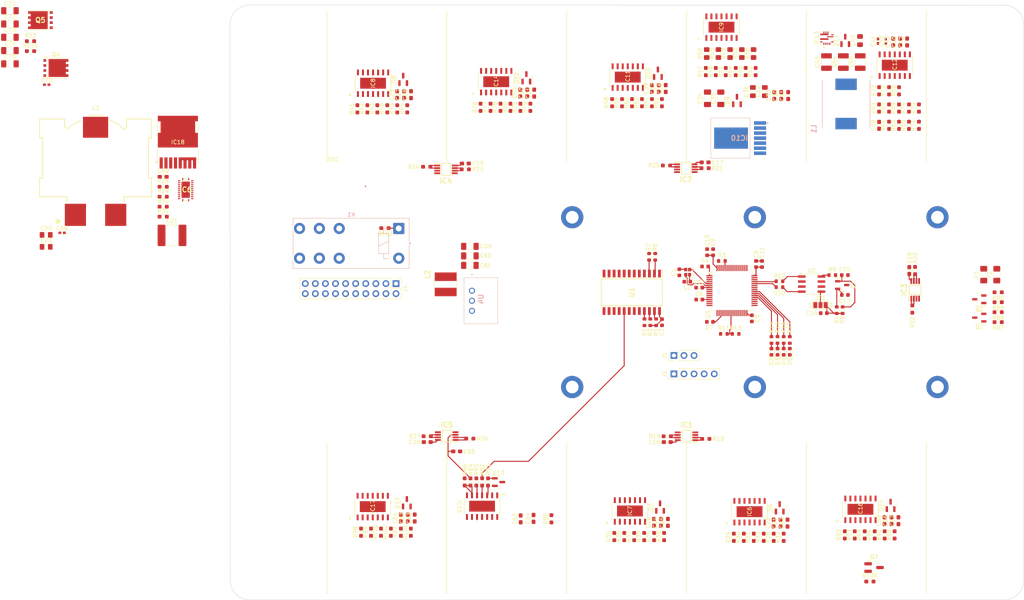
<source format=kicad_pcb>
(kicad_pcb
	(version 20240108)
	(generator "pcbnew")
	(generator_version "8.0")
	(general
		(thickness 1.6)
		(legacy_teardrops no)
	)
	(paper "A3")
	(title_block
		(title "PDU FT25")
		(date "2024-11-18")
		(rev "V1.0")
		(company "Janek Herm")
		(comment 1 "FasTTUBe Electronics")
	)
	(layers
		(0 "F.Cu" signal)
		(1 "In1.Cu" power)
		(2 "In2.Cu" signal)
		(31 "B.Cu" mixed)
		(32 "B.Adhes" user "B.Adhesive")
		(33 "F.Adhes" user "F.Adhesive")
		(34 "B.Paste" user)
		(35 "F.Paste" user)
		(37 "F.SilkS" user "F.Silkscreen")
		(38 "B.Mask" user)
		(39 "F.Mask" user)
		(40 "Dwgs.User" user "User.Drawings")
		(41 "Cmts.User" user "User.Comments")
		(42 "Eco1.User" user "User.Eco1")
		(43 "Eco2.User" user "User.Eco2")
		(44 "Edge.Cuts" user)
		(45 "Margin" user)
		(46 "B.CrtYd" user "B.Courtyard")
		(47 "F.CrtYd" user "F.Courtyard")
		(48 "B.Fab" user)
		(49 "F.Fab" user)
		(50 "User.1" user)
		(51 "User.2" user)
		(52 "User.3" user)
		(53 "User.4" user)
		(54 "User.5" user)
		(55 "User.6" user)
		(56 "User.7" user)
		(57 "User.8" user)
		(58 "User.9" user)
	)
	(setup
		(stackup
			(layer "F.SilkS"
				(type "Top Silk Screen")
			)
			(layer "F.Paste"
				(type "Top Solder Paste")
			)
			(layer "F.Mask"
				(type "Top Solder Mask")
				(thickness 0.01)
			)
			(layer "F.Cu"
				(type "copper")
				(thickness 0.035)
			)
			(layer "dielectric 1"
				(type "prepreg")
				(thickness 0.1)
				(material "FR4")
				(epsilon_r 4.5)
				(loss_tangent 0.02)
			)
			(layer "In1.Cu"
				(type "copper")
				(thickness 0.035)
			)
			(layer "dielectric 2"
				(type "core")
				(thickness 1.24)
				(material "FR4")
				(epsilon_r 4.5)
				(loss_tangent 0.02)
			)
			(layer "In2.Cu"
				(type "copper")
				(thickness 0.035)
			)
			(layer "dielectric 3"
				(type "prepreg")
				(thickness 0.1)
				(material "FR4")
				(epsilon_r 4.5)
				(loss_tangent 0.02)
			)
			(layer "B.Cu"
				(type "copper")
				(thickness 0.035)
			)
			(layer "B.Mask"
				(type "Bottom Solder Mask")
				(thickness 0.01)
			)
			(layer "B.Paste"
				(type "Bottom Solder Paste")
			)
			(copper_finish "None")
			(dielectric_constraints no)
		)
		(pad_to_mask_clearance 0)
		(allow_soldermask_bridges_in_footprints no)
		(pcbplotparams
			(layerselection 0x00010fc_ffffffff)
			(plot_on_all_layers_selection 0x0000000_00000000)
			(disableapertmacros no)
			(usegerberextensions no)
			(usegerberattributes yes)
			(usegerberadvancedattributes yes)
			(creategerberjobfile yes)
			(dashed_line_dash_ratio 12.000000)
			(dashed_line_gap_ratio 3.000000)
			(svgprecision 4)
			(plotframeref no)
			(viasonmask no)
			(mode 1)
			(useauxorigin no)
			(hpglpennumber 1)
			(hpglpenspeed 20)
			(hpglpendiameter 15.000000)
			(pdf_front_fp_property_popups yes)
			(pdf_back_fp_property_popups yes)
			(dxfpolygonmode yes)
			(dxfimperialunits yes)
			(dxfusepcbnewfont yes)
			(psnegative no)
			(psa4output no)
			(plotreference yes)
			(plotvalue yes)
			(plotfptext yes)
			(plotinvisibletext no)
			(sketchpadsonfab no)
			(subtractmaskfromsilk no)
			(outputformat 1)
			(mirror no)
			(drillshape 1)
			(scaleselection 1)
			(outputdirectory "")
		)
	)
	(net 0 "")
	(net 1 "GND")
	(net 2 "Net-(C1-Pad2)")
	(net 3 "Net-(C2-Pad1)")
	(net 4 "/MCU/Vref")
	(net 5 "CAN_H")
	(net 6 "CAN_L")
	(net 7 "+3V3")
	(net 8 "/MCU/NRST")
	(net 9 "/powerstages/IS4")
	(net 10 "+24V")
	(net 11 "/connectors/P_Out4")
	(net 12 "/powerstages/IS1")
	(net 13 "/connectors/P_Out1")
	(net 14 "/powerstages/IS7")
	(net 15 "/connectors/P_Out7")
	(net 16 "/powerstages/IS3")
	(net 17 "/powerstages/IS2")
	(net 18 "/connectors/P_Out2")
	(net 19 "/powerstages/IS9")
	(net 20 "/connectors/P_Out9")
	(net 21 "/powerstages/IS10")
	(net 22 "/powerstages/IS5")
	(net 23 "24V ASMS")
	(net 24 "/connectors/P_Out5")
	(net 25 "Net-(U4-V_In)")
	(net 26 "/connectors/P_Out3")
	(net 27 "/powerstages/IS8")
	(net 28 "/connectors/P_Out8")
	(net 29 "/powerstages/IS6")
	(net 30 "/connectors/P_Out6")
	(net 31 "Net-(D3-A)")
	(net 32 "Net-(D4-A)")
	(net 33 "Net-(D5-A)")
	(net 34 "unconnected-(D6-NC-Pad2)")
	(net 35 "Net-(D6-A)")
	(net 36 "Net-(D7-A)")
	(net 37 "unconnected-(D7-NC-Pad2)")
	(net 38 "unconnected-(D8-NC-Pad2)")
	(net 39 "Net-(D8-A)")
	(net 40 "unconnected-(D9-NC-Pad2)")
	(net 41 "Net-(D9-A)")
	(net 42 "unconnected-(D10-NC-Pad2)")
	(net 43 "Net-(D10-A)")
	(net 44 "Net-(D11-A)")
	(net 45 "unconnected-(D11-NC-Pad2)")
	(net 46 "unconnected-(D12-NC-Pad2)")
	(net 47 "Net-(D12-A)")
	(net 48 "unconnected-(D13-NC-Pad2)")
	(net 49 "Net-(D13-A)")
	(net 50 "Net-(D14-A)")
	(net 51 "unconnected-(D14-NC-Pad2)")
	(net 52 "unconnected-(D15-NC-Pad2)")
	(net 53 "Net-(D15-A)")
	(net 54 "Net-(IC6-GND)")
	(net 55 "Net-(IC6-IS)")
	(net 56 "Net-(IC6-DEN)")
	(net 57 "Net-(IC6-IN)")
	(net 58 "Net-(IC7-GND)")
	(net 59 "Net-(IC7-IS)")
	(net 60 "Net-(IC7-DEN)")
	(net 61 "Net-(IC7-IN)")
	(net 62 "Net-(IC8-IN)")
	(net 63 "Net-(IC8-IS)")
	(net 64 "Net-(IC8-GND)")
	(net 65 "Net-(IC8-DEN)")
	(net 66 "Net-(IC12-DEN)")
	(net 67 "Net-(IC12-GND)")
	(net 68 "Net-(IC12-IN)")
	(net 69 "Net-(IC12-IS)")
	(net 70 "Net-(IC17-IN)")
	(net 71 "Net-(IC17-DEN)")
	(net 72 "Net-(IC17-GND)")
	(net 73 "Net-(IC17-IS)")
	(net 74 "/MCU/SWCLK")
	(net 75 "/MCU/SWDIO")
	(net 76 "/MCU/UART_TX")
	(net 77 "/MCU/UART_RX")
	(net 78 "Net-(JP1-C)")
	(net 79 "Net-(Q1-G)")
	(net 80 "Net-(Q2-G)")
	(net 81 "/MCU/STATUS_LED1")
	(net 82 "/MCU/STATUS_LED2")
	(net 83 "/MCU/STATUS_LED3")
	(net 84 "/MCU/STATUS_LED4")
	(net 85 "/MCU/CAN_RX")
	(net 86 "/MCU/CAN_TX")
	(net 87 "/MCU/I2C_SDA")
	(net 88 "/MCU/I2C_SCL")
	(net 89 "/MCU/IN4")
	(net 90 "/MCU/IN1")
	(net 91 "/MCU/IN7")
	(net 92 "/MCU/IN3")
	(net 93 "/MCU/IN2")
	(net 94 "/MCU/IN9")
	(net 95 "/MCU/IN10")
	(net 96 "/MCU/IN5")
	(net 97 "/MCU/IN11")
	(net 98 "/MCU/IN12")
	(net 99 "/MCU/ISENSE2")
	(net 100 "/MCU/ISENSE1")
	(net 101 "/MCU/ISENSE3")
	(net 102 "/MCU/ISENSE4")
	(net 103 "/MCU/ISENSE5")
	(net 104 "/MCU/ISENSE6")
	(net 105 "/MCU/ISENSE7")
	(net 106 "/MCU/ISENSE8")
	(net 107 "/MCU/ISENSE10")
	(net 108 "/MCU/IN8")
	(net 109 "/MCU/IN6")
	(net 110 "/MCU/ISENSE9")
	(net 111 "/MCU/XTAL_IN")
	(net 112 "/MCU/XTAL_OUT")
	(net 113 "Net-(IC10-V_In)")
	(net 114 "Net-(IC10-FB)")
	(net 115 "Net-(IC10-SS)")
	(net 116 "Net-(IC13-SW)")
	(net 117 "Net-(IC13-BOOT)")
	(net 118 "Net-(IC13-V_In)")
	(net 119 "Net-(IC13-FB)")
	(net 120 "Net-(IC13-SS)")
	(net 121 "Net-(D2-A)")
	(net 122 "Net-(IC1-IN1-)")
	(net 123 "Net-(IC1-IN2-)")
	(net 124 "Net-(IC2-IN1-)")
	(net 125 "Net-(IC2-IN2-)")
	(net 126 "Net-(IC3-IN1-)")
	(net 127 "Net-(IC3-IN2-)")
	(net 128 "Net-(IC4-IN1-)")
	(net 129 "Net-(IC4-IN2-)")
	(net 130 "Net-(IC5-IN1-)")
	(net 131 "Net-(IC5-IN2-)")
	(net 132 "Net-(IC9-GND)")
	(net 133 "Net-(IC9-DEN)")
	(net 134 "Net-(IC9-IS)")
	(net 135 "Net-(IC9-IN)")
	(net 136 "Net-(IC10-EN)")
	(net 137 "Net-(IC10-RON)")
	(net 138 "Net-(IC11-DEN)")
	(net 139 "Net-(IC11-GND)")
	(net 140 "Net-(IC11-IN)")
	(net 141 "Net-(IC11-IS)")
	(net 142 "Net-(IC13-EN)")
	(net 143 "Net-(IC13-PG)")
	(net 144 "Net-(IC13-MODE)")
	(net 145 "Net-(IC14-GND)")
	(net 146 "Net-(IC14-IS)")
	(net 147 "Net-(IC14-DEN)")
	(net 148 "Net-(IC14-IN)")
	(net 149 "Net-(IC15-GND)")
	(net 150 "Net-(IC15-IS)")
	(net 151 "Net-(IC15-DEN)")
	(net 152 "Net-(IC15-IN)")
	(net 153 "Net-(IC16-IN)")
	(net 154 "Net-(IC16-IS)")
	(net 155 "Net-(IC16-GND)")
	(net 156 "Net-(IC16-DEN)")
	(net 157 "Net-(U3-BOOT0)")
	(net 158 "Net-(U1-A0)")
	(net 159 "Net-(U1-A1)")
	(net 160 "Net-(U1-A2)")
	(net 161 "Net-(U2-Rs)")
	(net 162 "Net-(U3-PA11)")
	(net 163 "Net-(U3-PC4)")
	(net 164 "Net-(U3-PA12)")
	(net 165 "unconnected-(U1-~{INT}-Pad1)")
	(net 166 "unconnected-(U1-IO0_2-Pad6)")
	(net 167 "unconnected-(U1-IO0_0-Pad4)")
	(net 168 "unconnected-(U1-IO0_1-Pad5)")
	(net 169 "unconnected-(U1-IO1_2-Pad15)")
	(net 170 "unconnected-(U3-PB10-Pad29)")
	(net 171 "unconnected-(U3-PC14-Pad3)")
	(net 172 "unconnected-(U3-PB12-Pad33)")
	(net 173 "unconnected-(U3-PB3-Pad55)")
	(net 174 "unconnected-(U3-PB15-Pad36)")
	(net 175 "unconnected-(U3-PC10-Pad51)")
	(net 176 "unconnected-(U3-PB9-Pad62)")
	(net 177 "unconnected-(U3-PA8-Pad41)")
	(net 178 "unconnected-(U3-PF4-Pad18)")
	(net 179 "unconnected-(U3-PD2-Pad54)")
	(net 180 "unconnected-(U3-PB6-Pad58)")
	(net 181 "unconnected-(U3-PC5-Pad25)")
	(net 182 "unconnected-(U3-PC13-Pad2)")
	(net 183 "unconnected-(U3-PB4-Pad56)")
	(net 184 "unconnected-(U3-PC0-Pad8)")
	(net 185 "unconnected-(U3-PB11-Pad30)")
	(net 186 "unconnected-(U3-PC12-Pad53)")
	(net 187 "unconnected-(U3-PB2-Pad28)")
	(net 188 "unconnected-(U3-PB14-Pad35)")
	(net 189 "unconnected-(U3-PB5-Pad57)")
	(net 190 "unconnected-(U3-PC11-Pad52)")
	(net 191 "unconnected-(U3-PB13-Pad34)")
	(net 192 "unconnected-(U3-PB1-Pad27)")
	(net 193 "unconnected-(U3-PB0-Pad26)")
	(net 194 "unconnected-(U3-PC15-Pad4)")
	(net 195 "/MCU/PC_EN")
	(net 196 "unconnected-(U3-PB8-Pad61)")
	(net 197 "Net-(K1-PadA1)")
	(net 198 "unconnected-(K1-Pad12)")
	(net 199 "unconnected-(K1-Pad24)")
	(net 200 "/RBR/SDC OUT")
	(net 201 "/RBR/RES2")
	(net 202 "Net-(Q1-D)")
	(net 203 "Net-(Q2-D)")
	(net 204 "/RBR/SDC IN")
	(net 205 "EBS Valve 2")
	(net 206 "EBS Valve 1")
	(net 207 "unconnected-(J4-Pin_10-Pad10)")
	(net 208 "unconnected-(J4-Pin_20-Pad20)")
	(net 209 "unconnected-(J4-Pin_18-Pad18)")
	(net 210 "unconnected-(J4-Pin_19-Pad19)")
	(net 211 "Net-(Q3-S)")
	(net 212 "Net-(IC6-EN)")
	(net 213 "Net-(C22-Pad2)")
	(net 214 "Net-(IC6-EXTCOMP)")
	(net 215 "Net-(IC6-PFM{slash}SYNC)")
	(net 216 "Net-(IC6-VCC)")
	(net 217 "Net-(IC6-CNFG)")
	(net 218 "Net-(IC6-SW)")
	(net 219 "Net-(IC6-RT)")
	(net 220 "Net-(IC6-PG{slash}SYNCOUT)")
	(net 221 "Net-(IC18-DEN)")
	(net 222 "Net-(IC18-IS)")
	(net 223 "Net-(IC18-IN)")
	(net 224 "Net-(IC6-CBOOT)")
	(net 225 "Net-(IC6-LO)")
	(net 226 "Net-(IC6-ISNS+)")
	(net 227 "Net-(IC6-FB)")
	(net 228 "Net-(IC6-HO)")
	(footprint "Resistor_SMD:R_0603_1608Metric_Pad0.98x0.95mm_HandSolder" (layer "F.Cu") (at 179.165 86.285 90))
	(footprint "MountingHole:MountingHole_4.3mm_M4" (layer "F.Cu") (at 111.375 202.625))
	(footprint "Capacitor_SMD:C_0603_1608Metric_Pad1.08x0.95mm_HandSolder" (layer "F.Cu") (at 153.185 170.675 180))
	(footprint "Capacitor_SMD:C_0603_1608Metric_Pad1.08x0.95mm_HandSolder" (layer "F.Cu") (at 272.305 69.815 90))
	(footprint "Connector_PinHeader_2.54mm:PinHeader_2x10_P2.54mm_Vertical" (layer "F.Cu") (at 145.325 130.725 -90))
	(footprint "Resistor_SMD:R_0603_1608Metric_Pad0.98x0.95mm_HandSolder" (layer "F.Cu") (at 213.635 169.215 180))
	(footprint "Resistor_SMD:R_0603_1608Metric_Pad0.98x0.95mm_HandSolder" (layer "F.Cu") (at 144.045 193.395 90))
	(footprint "Capacitor_SMD:C_0603_1608Metric_Pad1.08x0.95mm_HandSolder" (layer "F.Cu") (at 180.125 82.705 90))
	(footprint "Resistor_SMD:R_0603_1608Metric" (layer "F.Cu") (at 210.6 123.965 90))
	(footprint "Capacitor_SMD:C_0603_1608Metric_Pad1.08x0.95mm_HandSolder" (layer "F.Cu") (at 86.675 103.805))
	(footprint "MountingHole:MountingHole_4.3mm_M4" (layer "F.Cu") (at 295.675 68.375))
	(footprint "Resistor_SMD:R_0603_1608Metric_Pad0.98x0.95mm_HandSolder" (layer "F.Cu") (at 277.035 86.475 90))
	(footprint "Capacitor_SMD:C_0603_1608Metric" (layer "F.Cu") (at 237.51 125.795 90))
	(footprint "MountingHole:MountingHole_3.2mm_M3_DIN965_Pad" (layer "F.Cu") (at 235.7 156.8))
	(footprint "Capacitor_SMD:C_1206_3216Metric_Pad1.33x1.80mm_HandSolder" (layer "F.Cu") (at 223.775 84.015 90))
	(footprint "Resistor_SMD:R_0603_1608Metric_Pad0.98x0.95mm_HandSolder" (layer "F.Cu") (at 167.015 180.715 90))
	(footprint "Resistor_SMD:R_0603_1608Metric_Pad0.98x0.95mm_HandSolder" (layer "F.Cu") (at 272.015 82.125 90))
	(footprint "74436410470:WE-HCF_2815" (layer "F.Cu") (at 69.65 99.04))
	(footprint "Resistor_SMD:R_0603_1608Metric_Pad0.98x0.95mm_HandSolder" (layer "F.Cu") (at 163.895 169.795 180))
	(footprint "Capacitor_SMD:C_0603_1608Metric" (layer "F.Cu") (at 258.38 133.585))
	(footprint "Resistor_SMD:R_0603_1608Metric_Pad0.98x0.95mm_HandSolder" (layer "F.Cu") (at 168.495 180.725 -90))
	(footprint "Capacitor_SMD:C_0603_1608Metric" (layer "F.Cu") (at 234.95 139.485 90))
	(footprint "Capacitor_SMD:C_1210_3225Metric_Pad1.33x2.70mm_HandSolder" (layer "F.Cu") (at 253.745 74.875 90))
	(footprint "Resistor_SMD:R_0603_1608Metric_Pad0.98x0.95mm_HandSolder" (layer "F.Cu") (at 275.355 137.145 90))
	(footprint "Package_TO_SOT_SMD:SOT-23" (layer "F.Cu") (at 148.05 185.965 90))
	(footprint "Capacitor_SMD:C_0603_1608Metric_Pad1.08x0.95mm_HandSolder" (layer "F.Cu") (at 176.625 82.705 90))
	(footprint "Capacitor_SMD:C_0603_1608Metric_Pad1.08x0.95mm_HandSolder" (layer "F.Cu") (at 160.605 173.025))
	(footprint "TSL6002IST:SOP65P490X110-8N" (layer "F.Cu") (at 218.315 101.635))
	(footprint "Capacitor_SMD:C_0603_1608Metric_Pad1.08x0.95mm_HandSolder" (layer "F.Cu") (at 240.425 191.095 90))
	(footprint "BTT6010-1ERB:SOIC14_BTT6010-1ERB_INF" (layer "F.Cu") (at 227.299 66.079799 90))
	(footprint "Resistor_SMD:R_0603_1608Metric_Pad0.98x0.95mm_HandSolder" (layer "F.Cu") (at 266.995 86.475 90))
	(footprint "Diode_SMD:D_0603_1608Metric" (layer "F.Cu") (at 241.42 147.89 90))
	(footprint "Resistor_SMD:R_0603_1608Metric_Pad0.98x0.95mm_HandSolder" (layer "F.Cu") (at 139.025 193.395 90))
	(footprint "Resistor_SMD:R_0603_1608Metric_Pad0.98x0.95mm_HandSolder" (layer "F.Cu") (at 202.255 85.125 90))
	(footprint "Package_TO_SOT_SMD:SOT-23" (layer "F.Cu") (at 231.2 84.575 90))
	(footprint "MountingHole:MountingHole_3.2mm_M3_DIN965_Pad" (layer "F.Cu") (at 281.7 156.8))
	(footprint "Capacitor_SMD:C_1206_3216Metric_Pad1.33x1.80mm_HandSolder"
		(layer "F.Cu")
		(uuid "1fbfa328-f60b-4541-a209-62fe0241deec")
		(at 227.125 84.015 90)
		(descr "Capacitor SMD 1206 (3216 Metric), square (rectangular) end terminal, IPC_7351 nominal with elongated pad for handsoldering. (Body size source: IPC-SM-782 page 76, https://www.pcb-3d.com/wordpress/wp-content/uploads/ipc-sm-782a_amendment_1_and_2.pdf), generated with kicad-footprint-generator")
		(tags "capacitor handsolder")
		(property "Reference" "C35"
			(at 0 -1.85 90)
			(layer "F.SilkS")
			(uuid "471e8ca4-bf9e-4ed2-8bcd-2b1317aead74")
			(effects
				(font
					(size 1 1)
					(thickness 0.15)
				)
			)
		)
		(property "Value" "47u"
			(at 0 1.85 90)
			(layer "F.Fab")
			(uuid "8ac9363d-d41b-4c1f-917f-d3afc4cb7008")
			(effects
				(font
					(size 1 1)
					(thickness 0.15)
				)
			)
		)
		(property "Footprint" "Capacitor_SMD:C_1206_3216Metric_Pad1.33x1.80mm_HandSolder"
			(at 0 0 90)
			(unlocked yes)
			(layer "F.Fab")
			(hide yes)
			(uuid "e0f2831e-186e-467b-8343-668b44530bff")
			(effects
				(font
					(size 1.27 1.27)
					(thickness 0.15)
				)
			)
		)
		(property "Datasheet" ""
			(at 0 0 90)
			(unlocked yes)
			(layer "F
... [1250219 chars truncated]
</source>
